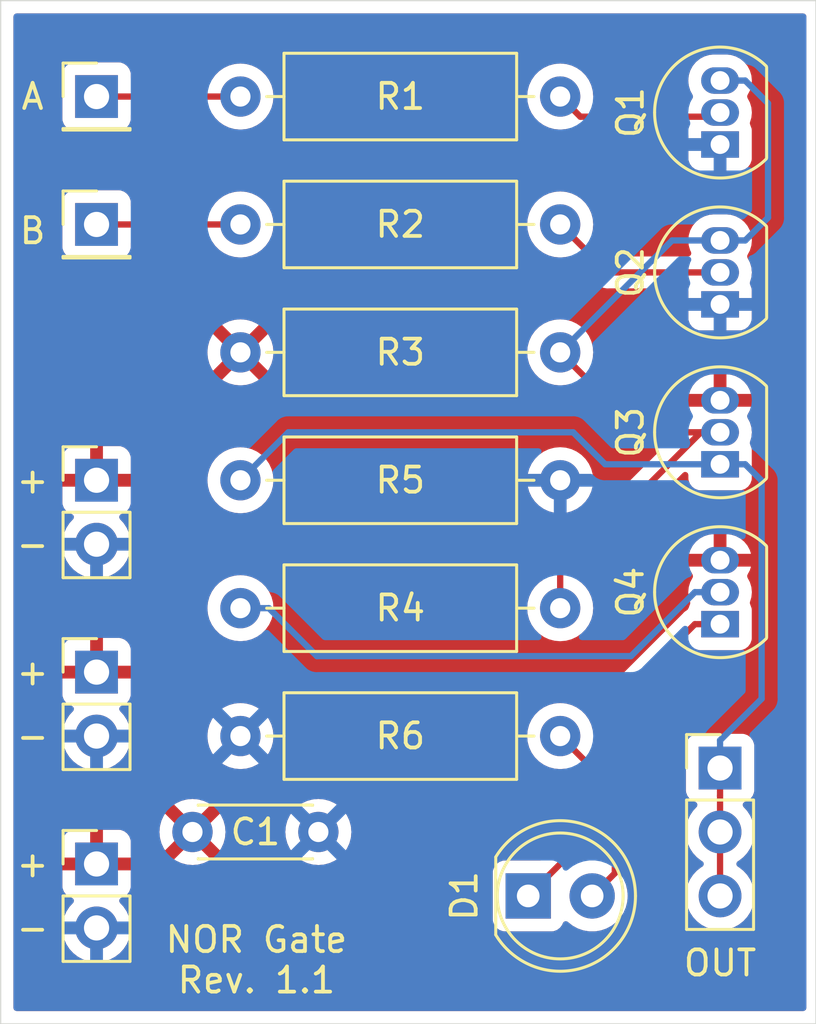
<source format=kicad_pcb>
(kicad_pcb (version 20221018) (generator pcbnew)
  (layers (0 "F.Cu" signal) (31 "B.Cu" signal) (34 "B.Paste" user) (35 "F.Paste" user) (36 "B.SilkS" user "B.Silkscreen") (37 "F.SilkS" user "F.Silkscreen") (38 "B.Mask" user) (39 "F.Mask" user) (44 "Edge.Cuts" user))
  (net 0 "")
  (net 1 "VCC")
  (net 2 "GND")
  (net 3 "Net-(D1-K)")
  (net 4 "Net-(D1-A)")
  (net 5 "Net-(J2-Pin_1)")
  (net 6 "Net-(J3-Pin_1)")
  (net 7 "Net-(J6-Pin_1)")
  (net 8 "Net-(Q1-B)")
  (net 9 "Net-(Q1-C)")
  (net 10 "Net-(Q2-B)")
  (net 11 "Net-(Q4-B)")
  (footprint "Capacitor_THT:C_Disc_D4.3mm_W1.9mm_P5.00mm" (layer "F.Cu") (at 62.484 94.488)
    (fp_text reference "C1" (at 2.5 0) (layer "F.SilkS"))
    (fp_text value "0.1uF")
    (fp_line (start 0.23 -1.07) (end 0.23 -1.055) (stroke (width 0.12)) (layer "F.SilkS"))
    (fp_line (start 0.23 -1.07) (end 4.77 -1.07) (stroke (width 0.12)) (layer "F.SilkS"))
    (fp_line (start 0.23 1.055) (end 0.23 1.07) (stroke (width 0.12)) (layer "F.SilkS"))
    (fp_line (start 0.23 1.07) (end 4.77 1.07) (stroke (width 0.12)) (layer "F.SilkS"))
    (fp_line (start 4.77 -1.07) (end 4.77 -1.055) (stroke (width 0.12)) (layer "F.SilkS"))
    (fp_line (start 4.77 1.055) (end 4.77 1.07) (stroke (width 0.12)) (layer "F.SilkS"))
    (pad "1" thru_hole circle (at 0 0) (size 1.6 1.6) (drill 0.8) (layers "*.Cu" "*.Mask") (net 1 "VCC"))
    (pad "2" thru_hole circle (at 5 0) (size 1.6 1.6) (drill 0.8) (layers "*.Cu" "*.Mask") (net 2 "GND"))
  )
  (footprint "LED_THT:LED_D5.0mm" (layer "F.Cu") (at 75.819 97.028)
    (fp_text reference "D1" (at -2.54 0 270) (layer "F.SilkS"))
    (fp_text value "RED")
    (fp_line (start -1.29 -1.545) (end -1.29 1.545) (stroke (width 0.12)) (layer "F.SilkS"))
    (fp_arc (start -1.29 -1.54483) (mid 2.072002 -2.880433) (end 4.26 0.000462) (stroke (width 0.12)) (layer "F.SilkS"))
    (fp_arc (start 4.26 -0.000462) (mid 2.072002 2.880433) (end -1.29 1.54483) (stroke (width 0.12)) (layer "F.SilkS"))
    (fp_circle (center 1.27 0) (end 3.77 0) (stroke (width 0.12)) (fill none) (layer "F.SilkS"))
    (pad "1" thru_hole rect (at 0 0) (size 1.8 1.8) (drill 0.9) (layers "*.Cu" "*.Mask") (net 3 "Net-(D1-K)"))
    (pad "2" thru_hole circle (at 2.54 0) (size 1.8 1.8) (drill 0.9) (layers "*.Cu" "*.Mask") (net 4 "Net-(D1-A)"))
  )
  (footprint "Connector_PinHeader_2.54mm:PinHeader_1x02_P2.54mm_Vertical" (layer "F.Cu") (at 58.674 95.758)
    (fp_text reference "J1" hide)
    (fp_text value "Power")
    (fp_line (start -1.33 -1.33) (end 0 -1.33) (stroke (width 0.12)) (layer "F.SilkS"))
    (fp_line (start -1.33 0) (end -1.33 -1.33) (stroke (width 0.12)) (layer "F.SilkS"))
    (fp_line (start -1.33 1.27) (end -1.33 3.87) (stroke (width 0.12)) (layer "F.SilkS"))
    (fp_line (start -1.33 1.27) (end 1.33 1.27) (stroke (width 0.12)) (layer "F.SilkS"))
    (fp_line (start -1.33 3.87) (end 1.33 3.87) (stroke (width 0.12)) (layer "F.SilkS"))
    (fp_line (start 1.33 1.27) (end 1.33 3.87) (stroke (width 0.12)) (layer "F.SilkS"))
    (pad "1" thru_hole rect (at 0 0) (size 1.7 1.7) (drill 1) (layers "*.Cu" "*.Mask") (net 1 "VCC"))
    (pad "2" thru_hole oval (at 0 2.54) (size 1.7 1.7) (drill 1) (layers "*.Cu" "*.Mask") (net 2 "GND"))
  )
  (footprint "Connector_PinHeader_2.54mm:PinHeader_1x02_P2.54mm_Vertical" (layer "F.Cu") (at 58.674 88.138)
    (fp_text reference "J5" hide)
    (fp_text value "Power")
    (fp_line (start -1.33 -1.33) (end 0 -1.33) (stroke (width 0.12)) (layer "F.SilkS"))
    (fp_line (start -1.33 0) (end -1.33 -1.33) (stroke (width 0.12)) (layer "F.SilkS"))
    (fp_line (start -1.33 1.27) (end -1.33 3.87) (stroke (width 0.12)) (layer "F.SilkS"))
    (fp_line (start -1.33 1.27) (end 1.33 1.27) (stroke (width 0.12)) (layer "F.SilkS"))
    (fp_line (start -1.33 3.87) (end 1.33 3.87) (stroke (width 0.12)) (layer "F.SilkS"))
    (fp_line (start 1.33 1.27) (end 1.33 3.87) (stroke (width 0.12)) (layer "F.SilkS"))
    (pad "1" thru_hole rect (at 0 0) (size 1.7 1.7) (drill 1) (layers "*.Cu" "*.Mask") (net 1 "VCC"))
    (pad "2" thru_hole oval (at 0 2.54) (size 1.7 1.7) (drill 1) (layers "*.Cu" "*.Mask") (net 2 "GND"))
  )
  (footprint "Package_TO_SOT_THT:TO-92_Inline" (layer "F.Cu") (at 83.439 67.183 90)
    (fp_text reference "Q1" (at 1.27 -3.56 90) (layer "F.SilkS"))
    (fp_text value "2N2222")
    (fp_line (start -0.53 1.85) (end 3.07 1.85) (stroke (width 0.12)) (layer "F.SilkS"))
    (fp_arc (start -0.568478 1.838478) (mid -1.132087 -0.994977) (end 1.27 -2.6) (stroke (width 0.12)) (layer "F.SilkS"))
    (fp_arc (start 1.27 -2.6) (mid 3.672087 -0.994977) (end 3.108478 1.838478) (stroke (width 0.12)) (layer "F.SilkS"))
    (pad "1" thru_hole rect (at 0 0 90) (size 1.05 1.5) (drill 0.75) (layers "*.Cu" "*.Mask") (net 2 "GND"))
    (pad "2" thru_hole oval (at 1.27 0 90) (size 1.05 1.5) (drill 0.75) (layers "*.Cu" "*.Mask") (net 8 "Net-(Q1-B)"))
    (pad "3" thru_hole oval (at 2.54 0 90) (size 1.05 1.5) (drill 0.75) (layers "*.Cu" "*.Mask") (net 9 "Net-(Q1-C)"))
  )
  (footprint "Package_TO_SOT_THT:TO-92_Inline" (layer "F.Cu") (at 83.439 73.533 90)
    (fp_text reference "Q2" (at 1.27 -3.56 90) (layer "F.SilkS"))
    (fp_text value "2N2222")
    (fp_line (start -0.53 1.85) (end 3.07 1.85) (stroke (width 0.12)) (layer "F.SilkS"))
    (fp_arc (start -0.568478 1.838478) (mid -1.132087 -0.994977) (end 1.27 -2.6) (stroke (width 0.12)) (layer "F.SilkS"))
    (fp_arc (start 1.27 -2.6) (mid 3.672087 -0.994977) (end 3.108478 1.838478) (stroke (width 0.12)) (layer "F.SilkS"))
    (pad "1" thru_hole rect (at 0 0 90) (size 1.05 1.5) (drill 0.75) (layers "*.Cu" "*.Mask") (net 2 "GND"))
    (pad "2" thru_hole oval (at 1.27 0 90) (size 1.05 1.5) (drill 0.75) (layers "*.Cu" "*.Mask") (net 10 "Net-(Q2-B)"))
    (pad "3" thru_hole oval (at 2.54 0 90) (size 1.05 1.5) (drill 0.75) (layers "*.Cu" "*.Mask") (net 9 "Net-(Q1-C)"))
  )
  (footprint "Package_TO_SOT_THT:TO-92_Inline" (layer "F.Cu") (at 83.439 79.883 90)
    (fp_text reference "Q3" (at 1.27 -3.56 90) (layer "F.SilkS"))
    (fp_text value "2N2222")
    (fp_line (start -0.53 1.85) (end 3.07 1.85) (stroke (width 0.12)) (layer "F.SilkS"))
    (fp_arc (start -0.568478 1.838478) (mid -1.132087 -0.994977) (end 1.27 -2.6) (stroke (width 0.12)) (layer "F.SilkS"))
    (fp_arc (start 1.27 -2.6) (mid 3.672087 -0.994977) (end 3.108478 1.838478) (stroke (width 0.12)) (layer "F.SilkS"))
    (pad "1" thru_hole rect (at 0 0 90) (size 1.05 1.5) (drill 0.75) (layers "*.Cu" "*.Mask") (net 7 "Net-(J6-Pin_1)"))
    (pad "2" thru_hole oval (at 1.27 0 90) (size 1.05 1.5) (drill 0.75) (layers "*.Cu" "*.Mask") (net 9 "Net-(Q1-C)"))
    (pad "3" thru_hole oval (at 2.54 0 90) (size 1.05 1.5) (drill 0.75) (layers "*.Cu" "*.Mask") (net 1 "VCC"))
  )
  (footprint "Package_TO_SOT_THT:TO-92_Inline" (layer "F.Cu") (at 83.439 86.233 90)
    (fp_text reference "Q4" (at 1.27 -3.56 90) (layer "F.SilkS"))
    (fp_text value "2N2222")
    (fp_line (start -0.53 1.85) (end 3.07 1.85) (stroke (width 0.12)) (layer "F.SilkS"))
    (fp_arc (start -0.568478 1.838478) (mid -1.132087 -0.994977) (end 1.27 -2.6) (stroke (width 0.12)) (layer "F.SilkS"))
    (fp_arc (start 1.27 -2.6) (mid 3.672087 -0.994977) (end 3.108478 1.838478) (stroke (width 0.12)) (layer "F.SilkS"))
    (pad "1" thru_hole rect (at 0 0 90) (size 1.05 1.5) (drill 0.75) (layers "*.Cu" "*.Mask") (net 4 "Net-(D1-A)"))
    (pad "2" thru_hole oval (at 1.27 0 90) (size 1.05 1.5) (drill 0.75) (layers "*.Cu" "*.Mask") (net 11 "Net-(Q4-B)"))
    (pad "3" thru_hole oval (at 2.54 0 90) (size 1.05 1.5) (drill 0.75) (layers "*.Cu" "*.Mask") (net 1 "VCC"))
  )
  (footprint "Resistor_THT:R_Axial_DIN0309_L9.0mm_D3.2mm_P12.70mm_Horizontal" (layer "F.Cu") (at 77.089 65.278 180)
    (fp_text reference "R1" (at 6.35 0) (layer "F.SilkS"))
    (fp_text value "10K")
    (fp_line (start 1.04 0) (end 1.73 0) (stroke (width 0.12)) (layer "F.SilkS"))
    (fp_line (start 1.73 -1.72) (end 1.73 1.72) (stroke (width 0.12)) (layer "F.SilkS"))
    (fp_line (start 1.73 1.72) (end 10.97 1.72) (stroke (width 0.12)) (layer "F.SilkS"))
    (fp_line (start 10.97 -1.72) (end 1.73 -1.72) (stroke (width 0.12)) (layer "F.SilkS"))
    (fp_line (start 10.97 1.72) (end 10.97 -1.72) (stroke (width 0.12)) (layer "F.SilkS"))
    (fp_line (start 11.66 0) (end 10.97 0) (stroke (width 0.12)) (layer "F.SilkS"))
    (pad "1" thru_hole circle (at 0 0 180) (size 1.6 1.6) (drill 0.8) (layers "*.Cu" "*.Mask") (net 8 "Net-(Q1-B)"))
    (pad "2" thru_hole oval (at 12.7 0 180) (size 1.6 1.6) (drill 0.8) (layers "*.Cu" "*.Mask") (net 5 "Net-(J2-Pin_1)"))
  )
  (footprint "Resistor_THT:R_Axial_DIN0309_L9.0mm_D3.2mm_P12.70mm_Horizontal" (layer "F.Cu") (at 64.389 70.358)
    (fp_text reference "R2" (at 6.35 0) (layer "F.SilkS"))
    (fp_text value "10K")
    (fp_line (start 1.04 0) (end 1.73 0) (stroke (width 0.12)) (layer "F.SilkS"))
    (fp_line (start 1.73 -1.72) (end 1.73 1.72) (stroke (width 0.12)) (layer "F.SilkS"))
    (fp_line (start 1.73 1.72) (end 10.97 1.72) (stroke (width 0.12)) (layer "F.SilkS"))
    (fp_line (start 10.97 -1.72) (end 1.73 -1.72) (stroke (width 0.12)) (layer "F.SilkS"))
    (fp_line (start 10.97 1.72) (end 10.97 -1.72) (stroke (width 0.12)) (layer "F.SilkS"))
    (fp_line (start 11.66 0) (end 10.97 0) (stroke (width 0.12)) (layer "F.SilkS"))
    (pad "1" thru_hole circle (at 0 0) (size 1.6 1.6) (drill 0.8) (layers "*.Cu" "*.Mask") (net 6 "Net-(J3-Pin_1)"))
    (pad "2" thru_hole oval (at 12.7 0) (size 1.6 1.6) (drill 0.8) (layers "*.Cu" "*.Mask") (net 10 "Net-(Q2-B)"))
  )
  (footprint "Resistor_THT:R_Axial_DIN0309_L9.0mm_D3.2mm_P12.70mm_Horizontal" (layer "F.Cu") (at 64.389 75.438)
    (fp_text reference "R3" (at 6.35 0) (layer "F.SilkS"))
    (fp_text value "1K")
    (fp_line (start 1.04 0) (end 1.73 0) (stroke (width 0.12)) (layer "F.SilkS"))
    (fp_line (start 1.73 -1.72) (end 1.73 1.72) (stroke (width 0.12)) (layer "F.SilkS"))
    (fp_line (start 1.73 1.72) (end 10.97 1.72) (stroke (width 0.12)) (layer "F.SilkS"))
    (fp_line (start 10.97 -1.72) (end 1.73 -1.72) (stroke (width 0.12)) (layer "F.SilkS"))
    (fp_line (start 10.97 1.72) (end 10.97 -1.72) (stroke (width 0.12)) (layer "F.SilkS"))
    (fp_line (start 11.66 0) (end 10.97 0) (stroke (width 0.12)) (layer "F.SilkS"))
    (pad "1" thru_hole circle (at 0 0) (size 1.6 1.6) (drill 0.8) (layers "*.Cu" "*.Mask") (net 1 "VCC"))
    (pad "2" thru_hole oval (at 12.7 0) (size 1.6 1.6) (drill 0.8) (layers "*.Cu" "*.Mask") (net 9 "Net-(Q1-C)"))
  )
  (footprint "Resistor_THT:R_Axial_DIN0309_L9.0mm_D3.2mm_P12.70mm_Horizontal" (layer "F.Cu") (at 64.389 85.598)
    (fp_text reference "R4" (at 6.35 0) (layer "F.SilkS"))
    (fp_text value "10K")
    (fp_line (start 1.04 0) (end 1.73 0) (stroke (width 0.12)) (layer "F.SilkS"))
    (fp_line (start 1.73 -1.72) (end 1.73 1.72) (stroke (width 0.12)) (layer "F.SilkS"))
    (fp_line (start 1.73 1.72) (end 10.97 1.72) (stroke (width 0.12)) (layer "F.SilkS"))
    (fp_line (start 10.97 -1.72) (end 1.73 -1.72) (stroke (width 0.12)) (layer "F.SilkS"))
    (fp_line (start 10.97 1.72) (end 10.97 -1.72) (stroke (width 0.12)) (layer "F.SilkS"))
    (fp_line (start 11.66 0) (end 10.97 0) (stroke (width 0.12)) (layer "F.SilkS"))
    (pad "1" thru_hole circle (at 0 0) (size 1.6 1.6) (drill 0.8) (layers "*.Cu" "*.Mask") (net 11 "Net-(Q4-B)"))
    (pad "2" thru_hole oval (at 12.7 0) (size 1.6 1.6) (drill 0.8) (layers "*.Cu" "*.Mask") (net 9 "Net-(Q1-C)"))
  )
  (footprint "Resistor_THT:R_Axial_DIN0309_L9.0mm_D3.2mm_P12.70mm_Horizontal" (layer "F.Cu") (at 64.389 80.518)
    (fp_text reference "R5" (at 6.35 0) (layer "F.SilkS"))
    (fp_text value "1K")
    (fp_line (start 1.04 0) (end 1.73 0) (stroke (width 0.12)) (layer "F.SilkS"))
    (fp_line (start 1.73 -1.72) (end 1.73 1.72) (stroke (width 0.12)) (layer "F.SilkS"))
    (fp_line (start 1.73 1.72) (end 10.97 1.72) (stroke (width 0.12)) (layer "F.SilkS"))
    (fp_line (start 10.97 -1.72) (end 1.73 -1.72) (stroke (width 0.12)) (layer "F.SilkS"))
    (fp_line (start 10.97 1.72) (end 10.97 -1.72) (stroke (width 0.12)) (layer "F.SilkS"))
    (fp_line (start 11.66 0) (end 10.97 0) (stroke (width 0.12)) (layer "F.SilkS"))
    (pad "1" thru_hole circle (at 0 0) (size 1.6 1.6) (drill 0.8) (layers "*.Cu" "*.Mask") (net 7 "Net-(J6-Pin_1)"))
    (pad "2" thru_hole oval (at 12.7 0) (size 1.6 1.6) (drill 0.8) (layers "*.Cu" "*.Mask") (net 2 "GND"))
  )
  (footprint "Resistor_THT:R_Axial_DIN0309_L9.0mm_D3.2mm_P12.70mm_Horizontal" (layer "F.Cu") (at 64.389 90.678)
    (fp_text reference "R6" (at 6.35 0) (layer "F.SilkS"))
    (fp_text value "1K")
    (fp_line (start 1.04 0) (end 1.73 0) (stroke (width 0.12)) (layer "F.SilkS"))
    (fp_line (start 1.73 -1.72) (end 1.73 1.72) (stroke (width 0.12)) (layer "F.SilkS"))
    (fp_line (start 1.73 1.72) (end 10.97 1.72) (stroke (width 0.12)) (layer "F.SilkS"))
    (fp_line (start 10.97 -1.72) (end 1.73 -1.72) (stroke (width 0.12)) (layer "F.SilkS"))
    (fp_line (start 10.97 1.72) (end 10.97 -1.72) (stroke (width 0.12)) (layer "F.SilkS"))
    (fp_line (start 11.66 0) (end 10.97 0) (stroke (width 0.12)) (layer "F.SilkS"))
    (pad "1" thru_hole circle (at 0 0) (size 1.6 1.6) (drill 0.8) (layers "*.Cu" "*.Mask") (net 2 "GND"))
    (pad "2" thru_hole oval (at 12.7 0) (size 1.6 1.6) (drill 0.8) (layers "*.Cu" "*.Mask") (net 3 "Net-(D1-K)"))
  )
  (footprint "Connector_PinHeader_2.54mm:PinHeader_1x02_P2.54mm_Vertical" (layer "F.Cu") (at 58.674 80.518)
    (fp_text reference "J4" hide)
    (fp_text value "Power")
    (fp_line (start -1.33 -1.33) (end 0 -1.33) (stroke (width 0.12)) (layer "F.SilkS"))
    (fp_line (start -1.33 0) (end -1.33 -1.33) (stroke (width 0.12)) (layer "F.SilkS"))
    (fp_line (start -1.33 1.27) (end -1.33 3.87) (stroke (width 0.12)) (layer "F.SilkS"))
    (fp_line (start -1.33 1.27) (end 1.33 1.27) (stroke (width 0.12)) (layer "F.SilkS"))
    (fp_line (start -1.33 3.87) (end 1.33 3.87) (stroke (width 0.12)) (layer "F.SilkS"))
    (fp_line (start 1.33 1.27) (end 1.33 3.87) (stroke (width 0.12)) (layer "F.SilkS"))
    (pad "1" thru_hole rect (at 0 0) (size 1.7 1.7) (drill 1) (layers "*.Cu" "*.Mask") (net 1 "VCC"))
    (pad "2" thru_hole oval (at 0 2.54) (size 1.7 1.7) (drill 1) (layers "*.Cu" "*.Mask") (net 2 "GND"))
  )
  (footprint "Connector_PinHeader_2.54mm:PinHeader_1x01_P2.54mm_Vertical" (layer "F.Cu") (at 58.674 65.278)
    (fp_text reference "J2" hide)
    (fp_text value "A" (at -2.54 0) (layer "F.SilkS"))
    (fp_line (start -1.33 -1.33) (end 0 -1.33) (stroke (width 0.12)) (layer "F.SilkS"))
    (fp_line (start -1.33 0) (end -1.33 -1.33) (stroke (width 0.12)) (layer "F.SilkS"))
    (fp_line (start -1.33 1.27) (end -1.33 1.33) (stroke (width 0.12)) (layer "F.SilkS"))
    (fp_line (start -1.33 1.27) (end 1.33 1.27) (stroke (width 0.12)) (layer "F.SilkS"))
    (fp_line (start -1.33 1.33) (end 1.33 1.33) (stroke (width 0.12)) (layer "F.SilkS"))
    (fp_line (start 1.33 1.27) (end 1.33 1.33) (stroke (width 0.12)) (layer "F.SilkS"))
    (pad "1" thru_hole rect (at 0 0) (size 1.7 1.7) (drill 1) (layers "*.Cu" "*.Mask") (net 5 "Net-(J2-Pin_1)"))
  )
  (footprint "Connector_PinHeader_2.54mm:PinHeader_1x01_P2.54mm_Vertical" (layer "F.Cu") (at 58.674 70.358)
    (fp_text reference "J3" hide)
    (fp_text value "B" (at -2.54 0.254) (layer "F.SilkS"))
    (fp_line (start -1.33 -1.33) (end 0 -1.33) (stroke (width 0.12)) (layer "F.SilkS"))
    (fp_line (start -1.33 0) (end -1.33 -1.33) (stroke (width 0.12)) (layer "F.SilkS"))
    (fp_line (start -1.33 1.27) (end -1.33 1.33) (stroke (width 0.12)) (layer "F.SilkS"))
    (fp_line (start -1.33 1.27) (end 1.33 1.27) (stroke (width 0.12)) (layer "F.SilkS"))
    (fp_line (start -1.33 1.33) (end 1.33 1.33) (stroke (width 0.12)) (layer "F.SilkS"))
    (fp_line (start 1.33 1.27) (end 1.33 1.33) (stroke (width 0.12)) (layer "F.SilkS"))
    (pad "1" thru_hole rect (at 0 0) (size 1.7 1.7) (drill 1) (layers "*.Cu" "*.Mask") (net 6 "Net-(J3-Pin_1)"))
  )
  (footprint "Connector_PinHeader_2.54mm:PinHeader_1x03_P2.54mm_Vertical" (layer "F.Cu") (at 83.439 91.948)
    (fp_text reference "J6" hide)
    (fp_text value "OUT" (at 0 7.747) (layer "F.SilkS"))
    (fp_line (start -1.33 -1.33) (end 0 -1.33) (stroke (width 0.12)) (layer "F.SilkS"))
    (fp_line (start -1.33 0) (end -1.33 -1.33) (stroke (width 0.12)) (layer "F.SilkS"))
    (fp_line (start -1.33 1.27) (end -1.33 6.41) (stroke (width 0.12)) (layer "F.SilkS"))
    (fp_line (start -1.33 1.27) (end 1.33 1.27) (stroke (width 0.12)) (layer "F.SilkS"))
    (fp_line (start -1.33 6.41) (end 1.33 6.41) (stroke (width 0.12)) (layer "F.SilkS"))
    (fp_line (start 1.33 1.27) (end 1.33 6.41) (stroke (width 0.12)) (layer "F.SilkS"))
    (pad "1" thru_hole rect (at 0 0) (size 1.7 1.7) (drill 1) (layers "*.Cu" "*.Mask") (net 7 "Net-(J6-Pin_1)"))
    (pad "2" thru_hole oval (at 0 2.54) (size 1.7 1.7) (drill 1) (layers "*.Cu" "*.Mask") (net 7 "Net-(J6-Pin_1)"))
    (pad "3" thru_hole oval (at 0 5.08) (size 1.7 1.7) (drill 1) (layers "*.Cu" "*.Mask") (net 7 "Net-(J6-Pin_1)"))
  )
  (gr_line (start 54.864 102.108) (end 54.864 61.468) (stroke (width 0.05)) (layer "Edge.Cuts"))
  (gr_line (start 54.864 61.468) (end 87.249 61.468) (stroke (width 0.05)) (layer "Edge.Cuts"))
  (gr_line (start 87.249 102.108) (end 54.864 102.108) (stroke (width 0.05)) (layer "Edge.Cuts"))
  (gr_line (start 87.249 61.468) (end 87.249 102.108) (stroke (width 0.05)) (layer "Edge.Cuts"))
  (gr_text "+" (at 56.134 88.138) (layer "F.SilkS") (effects (font (size 1 1))))
  (gr_text "+" (at 56.134 95.758) (layer "F.SilkS") (effects (font (size 1 1))))
  (gr_text "-" (at 56.134 90.678) (layer "F.SilkS") (effects (font (size 1 1))))
  (gr_text "-" (at 56.134 83.058) (layer "F.SilkS") (effects (font (size 1 1))))
  (gr_text "NOR Gate\nRev. 1.1" (at 65.024 99.568) (layer "F.SilkS") (effects (font (size 1 1))))
  (gr_text "+" (at 56.134 80.518) (layer "F.SilkS") (effects (font (size 1 1))))
  (gr_text "-" (at 56.134 98.298) (layer "F.SilkS") (effects (font (size 1 1))))
  (segment (start 78.105 91.694) (end 78.105 94.742) (width 0.25) (layer "F.Cu") (net 3))
  (segment (start 77.089 90.678) (end 78.105 91.694) (width 0.25) (layer "F.Cu") (net 3))
  (segment (start 78.105 94.742) (end 75.819 97.028) (width 0.25) (layer "F.Cu") (net 3))
  (segment (start 78.359 97.028) (end 79.258999 96.128001) (width 0.25) (layer "F.Cu") (net 4))
  (segment (start 79.258999 96.128001) (end 79.258999 89.413001) (width 0.25) (layer "F.Cu") (net 4))
  (segment (start 79.258999 89.413001) (end 82.439 86.233) (width 0.25) (layer "F.Cu") (net 4))
  (segment (start 82.439 86.233) (end 83.439 86.233) (width 0.25) (layer "F.Cu") (net 4))
  (segment (start 58.674 65.278) (end 64.389 65.278) (width 0.25) (layer "F.Cu") (net 5))
  (segment (start 58.674 70.358) (end 64.389 70.358) (width 0.25) (layer "F.Cu") (net 6))
  (segment (start 83.439 93.048) (end 83.439 94.488) (width 0.25) (layer "F.Cu") (net 7))
  (segment (start 83.439 94.488) (end 83.439 97.028) (width 0.25) (layer "F.Cu") (net 7))
  (segment (start 83.439 91.948) (end 83.439 93.048) (width 0.25) (layer "F.Cu") (net 7))
  (segment (start 66.294 78.613) (end 65.188999 79.718001) (width 0.25) (layer "B.Cu") (net 7))
  (segment (start 65.188999 79.718001) (end 64.389 80.518) (width 0.25) (layer "B.Cu") (net 7))
  (segment (start 83.439 91.948) (end 83.439 90.848) (width 0.25) (layer "B.Cu") (net 7))
  (segment (start 78.874001 79.883) (end 77.604001 78.613) (width 0.25) (layer "B.Cu") (net 7))
  (segment (start 83.439 90.848) (end 85.09 89.197) (width 0.25) (layer "B.Cu") (net 7))
  (segment (start 83.439 79.883) (end 78.874001 79.883) (width 0.25) (layer "B.Cu") (net 7))
  (segment (start 85.09 80.534) (end 84.439 79.883) (width 0.25) (layer "B.Cu") (net 7))
  (segment (start 77.604001 78.613) (end 66.294 78.613) (width 0.25) (layer "B.Cu") (net 7))
  (segment (start 84.439 79.883) (end 83.439 79.883) (width 0.25) (layer "B.Cu") (net 7))
  (segment (start 85.09 89.197) (end 85.09 80.534) (width 0.25) (layer "B.Cu") (net 7))
  (segment (start 77.089 65.278) (end 77.888999 66.077999) (width 0.25) (layer "F.Cu") (net 8))
  (segment (start 83.274001 66.077999) (end 83.439 65.913) (width 0.25) (layer "F.Cu") (net 8))
  (segment (start 77.888999 66.077999) (end 83.274001 66.077999) (width 0.25) (layer "F.Cu") (net 8))
  (segment (start 77.089 84.201) (end 77.089 85.598) (width 0.25) (layer "F.Cu") (net 9))
  (segment (start 77.089 75.438) (end 80.264 78.613) (width 0.25) (layer "F.Cu") (net 9))
  (segment (start 82.677 78.613) (end 77.089 84.201) (width 0.25) (layer "F.Cu") (net 9))
  (segment (start 83.439 78.613) (end 82.677 78.613) (width 0.25) (layer "F.Cu") (net 9))
  (segment (start 80.264 78.613) (end 83.439 78.613) (width 0.25) (layer "F.Cu") (net 9))
  (segment (start 84.439 70.993) (end 85.344 70.088) (width 0.25) (layer "B.Cu") (net 9))
  (segment (start 85.344 70.088) (end 85.344 65.548) (width 0.25) (layer "B.Cu") (net 9))
  (segment (start 84.439 64.643) (end 83.439 64.643) (width 0.25) (layer "B.Cu") (net 9))
  (segment (start 85.344 65.548) (end 84.439 64.643) (width 0.25) (layer "B.Cu") (net 9))
  (segment (start 83.439 70.993) (end 84.439 70.993) (width 0.25) (layer "B.Cu") (net 9))
  (segment (start 77.089 75.438) (end 81.534 70.993) (width 0.25) (layer "B.Cu") (net 9))
  (segment (start 81.534 70.993) (end 83.439 70.993) (width 0.25) (layer "B.Cu") (net 9))
  (segment (start 78.994 72.263) (end 83.439 72.263) (width 0.25) (layer "F.Cu") (net 10))
  (segment (start 77.089 70.358) (end 78.994 72.263) (width 0.25) (layer "F.Cu") (net 10))
  (segment (start 79.899 87.503) (end 82.439 84.963) (width 0.25) (layer "B.Cu") (net 11))
  (segment (start 64.389 85.598) (end 65.52037 85.598) (width 0.25) (layer "B.Cu") (net 11))
  (segment (start 67.42537 87.503) (end 79.899 87.503) (width 0.25) (layer "B.Cu") (net 11))
  (segment (start 82.439 84.963) (end 83.439 84.963) (width 0.25) (layer "B.Cu") (net 11))
  (segment (start 65.52037 85.598) (end 67.42537 87.503) (width 0.25) (layer "B.Cu") (net 11))
  (zone (net 1) (net_name "VCC") (layer "F.Cu") (connect_pads (clearance 0.508)) (min_thickness 0.254) (fill yes (thermal_gap 0.508) (thermal_bridge_width 0.508))
    (polygon (pts (xy 86.868 101.6) (xy 55.372 101.6) (xy 55.372 61.976) (xy 86.868 61.976)))
  )
  (zone (net 2) (net_name "GND") (layer "B.Cu") (connect_pads (clearance 0.508)) (min_thickness 0.254) (fill yes (thermal_gap 0.508) (thermal_bridge_width 0.508))
    (polygon (pts (xy 86.868 101.6) (xy 55.372 101.6) (xy 55.372 61.976) (xy 86.868 61.976)))
  )
)
</source>
